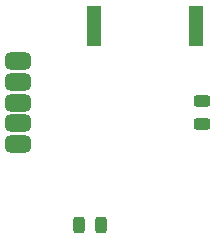
<source format=gbr>
%TF.GenerationSoftware,KiCad,Pcbnew,8.0.0*%
%TF.CreationDate,2024-09-27T20:32:54-07:00*%
%TF.ProjectId,lyrav3r2,6c797261-7633-4723-922e-6b696361645f,rev?*%
%TF.SameCoordinates,Original*%
%TF.FileFunction,Paste,Top*%
%TF.FilePolarity,Positive*%
%FSLAX46Y46*%
G04 Gerber Fmt 4.6, Leading zero omitted, Abs format (unit mm)*
G04 Created by KiCad (PCBNEW 8.0.0) date 2024-09-27 20:32:54*
%MOMM*%
%LPD*%
G01*
G04 APERTURE LIST*
G04 Aperture macros list*
%AMRoundRect*
0 Rectangle with rounded corners*
0 $1 Rounding radius*
0 $2 $3 $4 $5 $6 $7 $8 $9 X,Y pos of 4 corners*
0 Add a 4 corners polygon primitive as box body*
4,1,4,$2,$3,$4,$5,$6,$7,$8,$9,$2,$3,0*
0 Add four circle primitives for the rounded corners*
1,1,$1+$1,$2,$3*
1,1,$1+$1,$4,$5*
1,1,$1+$1,$6,$7*
1,1,$1+$1,$8,$9*
0 Add four rect primitives between the rounded corners*
20,1,$1+$1,$2,$3,$4,$5,0*
20,1,$1+$1,$4,$5,$6,$7,0*
20,1,$1+$1,$6,$7,$8,$9,0*
20,1,$1+$1,$8,$9,$2,$3,0*%
G04 Aperture macros list end*
%ADD10R,1.300000X3.400000*%
%ADD11RoundRect,0.492126X-0.632874X-0.257874X0.632874X-0.257874X0.632874X0.257874X-0.632874X0.257874X0*%
%ADD12RoundRect,0.243750X0.243750X0.456250X-0.243750X0.456250X-0.243750X-0.456250X0.243750X-0.456250X0*%
%ADD13RoundRect,0.243750X-0.456250X0.243750X-0.456250X-0.243750X0.456250X-0.243750X0.456250X0.243750X0*%
G04 APERTURE END LIST*
D10*
%TO.C,BZ1*%
X16320600Y29966000D03*
X7620600Y29966000D03*
%TD*%
D11*
%TO.C,J5*%
X1251800Y19922200D03*
X1251800Y21672200D03*
X1251800Y23422200D03*
X1251800Y25172200D03*
X1251800Y26922200D03*
%TD*%
D12*
%TO.C,D2*%
X8259900Y13075000D03*
X6384900Y13075000D03*
%TD*%
D13*
%TO.C,D3*%
X16796600Y23537500D03*
X16796600Y21662500D03*
%TD*%
M02*

</source>
